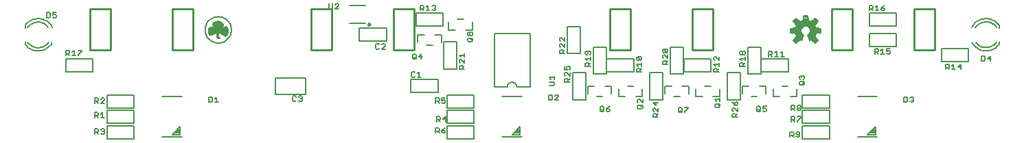
<source format=gto>
G75*
G70*
%OFA0B0*%
%FSLAX24Y24*%
%IPPOS*%
%LPD*%
%AMOC8*
5,1,8,0,0,1.08239X$1,22.5*
%
%ADD10C,0.0070*%
%ADD11C,0.0080*%
%ADD12C,0.0100*%
D10*
X003906Y000575D02*
X003906Y000825D01*
X004031Y000825D01*
X004073Y000784D01*
X004073Y000700D01*
X004031Y000658D01*
X003906Y000658D01*
X003989Y000658D02*
X004073Y000575D01*
X004200Y000617D02*
X004242Y000575D01*
X004325Y000575D01*
X004367Y000617D01*
X004367Y000658D01*
X004325Y000700D01*
X004284Y000700D01*
X004325Y000700D02*
X004367Y000742D01*
X004367Y000784D01*
X004325Y000825D01*
X004242Y000825D01*
X004200Y000784D01*
X004500Y000980D02*
X004500Y000340D01*
X005820Y000340D01*
X005820Y000980D01*
X004500Y000980D01*
X004500Y001090D02*
X004500Y001730D01*
X005820Y001730D01*
X005820Y001090D01*
X004500Y001090D01*
X004367Y001375D02*
X004200Y001375D01*
X004284Y001375D02*
X004284Y001625D01*
X004200Y001542D01*
X004073Y001584D02*
X004073Y001500D01*
X004031Y001458D01*
X003906Y001458D01*
X003906Y001375D02*
X003906Y001625D01*
X004031Y001625D01*
X004073Y001584D01*
X003989Y001458D02*
X004073Y001375D01*
X004500Y001840D02*
X004500Y002480D01*
X005820Y002480D01*
X005820Y001840D01*
X004500Y001840D01*
X004367Y002075D02*
X004200Y002075D01*
X004367Y002242D01*
X004367Y002284D01*
X004325Y002325D01*
X004242Y002325D01*
X004200Y002284D01*
X004073Y002284D02*
X004073Y002200D01*
X004031Y002158D01*
X003906Y002158D01*
X003906Y002075D02*
X003906Y002325D01*
X004031Y002325D01*
X004073Y002284D01*
X003989Y002158D02*
X004073Y002075D01*
X009438Y002126D02*
X009563Y002126D01*
X009605Y002168D01*
X009605Y002335D01*
X009563Y002376D01*
X009438Y002376D01*
X009438Y002126D01*
X009733Y002126D02*
X009900Y002126D01*
X009816Y002126D02*
X009816Y002376D01*
X009733Y002293D01*
X012670Y002510D02*
X014150Y002510D01*
X014150Y003310D01*
X012670Y003310D01*
X012670Y002510D01*
X013506Y002384D02*
X013506Y002217D01*
X013547Y002175D01*
X013631Y002175D01*
X013673Y002217D01*
X013800Y002217D02*
X013842Y002175D01*
X013925Y002175D01*
X013967Y002217D01*
X013967Y002258D01*
X013925Y002300D01*
X013884Y002300D01*
X013925Y002300D02*
X013967Y002342D01*
X013967Y002384D01*
X013925Y002425D01*
X013842Y002425D01*
X013800Y002384D01*
X013673Y002384D02*
X013631Y002425D01*
X013547Y002425D01*
X013506Y002384D01*
X019250Y002590D02*
X019250Y003230D01*
X020570Y003230D01*
X020570Y002590D01*
X019250Y002590D01*
X020456Y002325D02*
X020581Y002325D01*
X020623Y002284D01*
X020623Y002200D01*
X020581Y002158D01*
X020456Y002158D01*
X020456Y002075D02*
X020456Y002325D01*
X020750Y002325D02*
X020750Y002200D01*
X020834Y002242D01*
X020875Y002242D01*
X020917Y002200D01*
X020917Y002117D01*
X020875Y002075D01*
X020792Y002075D01*
X020750Y002117D01*
X020623Y002075D02*
X020539Y002158D01*
X020750Y002325D02*
X020917Y002325D01*
X021000Y002480D02*
X021000Y001840D01*
X022320Y001840D01*
X022320Y002480D01*
X021000Y002480D01*
X023294Y002861D02*
X023924Y002861D01*
X023926Y002891D01*
X023931Y002920D01*
X023941Y002948D01*
X023953Y002975D01*
X023969Y003000D01*
X023988Y003023D01*
X024010Y003043D01*
X024034Y003060D01*
X024060Y003075D01*
X024087Y003085D01*
X024116Y003093D01*
X024145Y003097D01*
X024175Y003097D01*
X024204Y003093D01*
X024233Y003085D01*
X024260Y003075D01*
X024286Y003060D01*
X024310Y003043D01*
X024332Y003023D01*
X024351Y003000D01*
X024367Y002975D01*
X024379Y002948D01*
X024389Y002920D01*
X024394Y002891D01*
X024396Y002861D01*
X025026Y002861D01*
X025026Y005459D01*
X023294Y005459D01*
X023294Y002861D01*
X025938Y002476D02*
X026063Y002476D01*
X026105Y002435D01*
X026105Y002268D01*
X026063Y002226D01*
X025938Y002226D01*
X025938Y002476D01*
X026233Y002435D02*
X026275Y002476D01*
X026358Y002476D01*
X026400Y002435D01*
X026400Y002393D01*
X026233Y002226D01*
X026400Y002226D01*
X027090Y002250D02*
X027730Y002250D01*
X027730Y003570D01*
X027090Y003570D01*
X027090Y002250D01*
X028272Y002404D02*
X028548Y002404D01*
X029339Y002404D02*
X029339Y002778D01*
X028981Y002916D02*
X028981Y002542D01*
X029339Y002404D02*
X029654Y002404D01*
X030166Y002404D02*
X030481Y002404D01*
X030481Y002778D01*
X030048Y002916D02*
X029772Y002916D01*
X028981Y002916D02*
X028666Y002916D01*
X028154Y002916D02*
X027839Y002916D01*
X027839Y002542D01*
X030245Y002225D02*
X030245Y002142D01*
X030286Y002100D01*
X030286Y001973D02*
X030453Y001973D01*
X030495Y001931D01*
X030495Y001847D01*
X030453Y001806D01*
X030286Y001806D01*
X030245Y001847D01*
X030245Y001931D01*
X030286Y001973D01*
X030412Y001889D02*
X030495Y001973D01*
X030495Y002100D02*
X030328Y002267D01*
X030286Y002267D01*
X030245Y002225D01*
X030495Y002267D02*
X030495Y002100D01*
X031005Y002105D02*
X031130Y001980D01*
X031130Y002147D01*
X031255Y002105D02*
X031005Y002105D01*
X030840Y002250D02*
X031480Y002250D01*
X031480Y003570D01*
X030840Y003570D01*
X030840Y002250D01*
X032022Y002404D02*
X032298Y002404D01*
X032731Y002542D02*
X032731Y002916D01*
X032416Y002916D01*
X031904Y002916D02*
X031589Y002916D01*
X031589Y002542D01*
X033089Y002404D02*
X033089Y002778D01*
X033522Y002916D02*
X033798Y002916D01*
X034231Y002778D02*
X034231Y002404D01*
X033916Y002404D01*
X034245Y002343D02*
X034245Y002176D01*
X034245Y002259D02*
X033994Y002259D01*
X034078Y002176D01*
X034036Y002048D02*
X034203Y002048D01*
X034245Y002006D01*
X034245Y001923D01*
X034203Y001881D01*
X034036Y001881D01*
X033994Y001923D01*
X033994Y002006D01*
X034036Y002048D01*
X034161Y001965D02*
X034245Y002048D01*
X034590Y002250D02*
X035230Y002250D01*
X035230Y003570D01*
X034590Y003570D01*
X034590Y002250D01*
X034855Y002147D02*
X034896Y002064D01*
X034980Y001980D01*
X034980Y002105D01*
X035022Y002147D01*
X035063Y002147D01*
X035105Y002105D01*
X035105Y002022D01*
X035063Y001980D01*
X034980Y001980D01*
X034938Y001853D02*
X034896Y001853D01*
X034855Y001811D01*
X034855Y001727D01*
X034896Y001686D01*
X034938Y001853D02*
X035105Y001686D01*
X035105Y001853D01*
X036031Y001884D02*
X036031Y001717D01*
X036073Y001675D01*
X036156Y001675D01*
X036198Y001717D01*
X036198Y001884D01*
X036156Y001926D01*
X036073Y001926D01*
X036031Y001884D01*
X036115Y001759D02*
X036198Y001675D01*
X036326Y001717D02*
X036368Y001675D01*
X036451Y001675D01*
X036493Y001717D01*
X036493Y001800D01*
X036451Y001842D01*
X036409Y001842D01*
X036326Y001800D01*
X036326Y001926D01*
X036493Y001926D01*
X037706Y001975D02*
X037706Y001725D01*
X037706Y001808D02*
X037831Y001808D01*
X037873Y001850D01*
X037873Y001934D01*
X037831Y001975D01*
X037706Y001975D01*
X038000Y001934D02*
X038042Y001975D01*
X038125Y001975D01*
X038167Y001934D01*
X038167Y001892D01*
X038125Y001850D01*
X038042Y001850D01*
X038000Y001892D01*
X038000Y001934D01*
X038042Y001850D02*
X038000Y001808D01*
X038000Y001767D01*
X038042Y001725D01*
X038125Y001725D01*
X038167Y001767D01*
X038167Y001808D01*
X038125Y001850D01*
X038250Y001840D02*
X038250Y002480D01*
X039570Y002480D01*
X039570Y001840D01*
X038250Y001840D01*
X037873Y001725D02*
X037789Y001808D01*
X038250Y001730D02*
X038250Y001090D01*
X039570Y001090D01*
X039570Y001730D01*
X038250Y001730D01*
X038167Y001425D02*
X038167Y001384D01*
X038000Y001217D01*
X038000Y001175D01*
X037873Y001175D02*
X037789Y001258D01*
X037831Y001258D02*
X037706Y001258D01*
X037706Y001175D02*
X037706Y001425D01*
X037831Y001425D01*
X037873Y001384D01*
X037873Y001300D01*
X037831Y001258D01*
X038000Y001425D02*
X038167Y001425D01*
X038250Y000980D02*
X038250Y000340D01*
X039570Y000340D01*
X039570Y000980D01*
X038250Y000980D01*
X038075Y000675D02*
X037992Y000675D01*
X037950Y000634D01*
X037950Y000592D01*
X037992Y000550D01*
X038117Y000550D01*
X038117Y000467D02*
X038117Y000634D01*
X038075Y000675D01*
X037823Y000634D02*
X037823Y000550D01*
X037781Y000508D01*
X037656Y000508D01*
X037656Y000425D02*
X037656Y000675D01*
X037781Y000675D01*
X037823Y000634D01*
X037739Y000508D02*
X037823Y000425D01*
X037950Y000467D02*
X037992Y000425D01*
X038075Y000425D01*
X038117Y000467D01*
X035105Y001391D02*
X034855Y001391D01*
X034855Y001516D01*
X034896Y001558D01*
X034980Y001558D01*
X035022Y001516D01*
X035022Y001391D01*
X035022Y001474D02*
X035105Y001558D01*
X032693Y001834D02*
X032526Y001667D01*
X032526Y001625D01*
X032398Y001625D02*
X032315Y001709D01*
X032398Y001667D02*
X032356Y001625D01*
X032273Y001625D01*
X032231Y001667D01*
X032231Y001834D01*
X032273Y001876D01*
X032356Y001876D01*
X032398Y001834D01*
X032398Y001667D01*
X032526Y001876D02*
X032693Y001876D01*
X032693Y001834D01*
X031255Y001853D02*
X031255Y001686D01*
X031088Y001853D01*
X031046Y001853D01*
X031005Y001811D01*
X031005Y001727D01*
X031046Y001686D01*
X031046Y001558D02*
X031130Y001558D01*
X031172Y001516D01*
X031172Y001391D01*
X031255Y001391D02*
X031005Y001391D01*
X031005Y001516D01*
X031046Y001558D01*
X031172Y001474D02*
X031255Y001558D01*
X028893Y001717D02*
X028893Y001759D01*
X028851Y001800D01*
X028726Y001800D01*
X028726Y001717D01*
X028768Y001675D01*
X028851Y001675D01*
X028893Y001717D01*
X028809Y001884D02*
X028726Y001800D01*
X028809Y001884D02*
X028893Y001926D01*
X028598Y001884D02*
X028556Y001926D01*
X028473Y001926D01*
X028431Y001884D01*
X028431Y001717D01*
X028473Y001675D01*
X028556Y001675D01*
X028598Y001717D01*
X028598Y001884D01*
X028515Y001759D02*
X028598Y001675D01*
X033089Y002404D02*
X033404Y002404D01*
X035339Y002542D02*
X035339Y002916D01*
X035654Y002916D01*
X036166Y002916D02*
X036481Y002916D01*
X036481Y002542D01*
X036839Y002404D02*
X036839Y002778D01*
X037272Y002916D02*
X037548Y002916D01*
X038095Y002997D02*
X038095Y003081D01*
X038136Y003123D01*
X038303Y003123D01*
X038345Y003081D01*
X038345Y002997D01*
X038303Y002956D01*
X038136Y002956D01*
X038095Y002997D01*
X038262Y003039D02*
X038345Y003123D01*
X038303Y003250D02*
X038345Y003292D01*
X038345Y003375D01*
X038303Y003417D01*
X038262Y003417D01*
X038220Y003375D01*
X038220Y003334D01*
X038220Y003375D02*
X038178Y003417D01*
X038136Y003417D01*
X038095Y003375D01*
X038095Y003292D01*
X038136Y003250D01*
X037570Y003590D02*
X036250Y003590D01*
X036250Y004230D01*
X037570Y004230D01*
X037570Y003590D01*
X036230Y003500D02*
X035590Y003500D01*
X035590Y004820D01*
X036230Y004820D01*
X036230Y003500D01*
X034205Y003591D02*
X033955Y003591D01*
X033955Y003716D01*
X033996Y003758D01*
X034080Y003758D01*
X034122Y003716D01*
X034122Y003591D01*
X034122Y003674D02*
X034205Y003758D01*
X034205Y003886D02*
X034205Y004053D01*
X034205Y003969D02*
X033955Y003969D01*
X034038Y003886D01*
X035215Y003865D02*
X035215Y003990D01*
X035256Y004032D01*
X035340Y004032D01*
X035382Y003990D01*
X035382Y003865D01*
X035465Y003865D02*
X035215Y003865D01*
X035382Y003948D02*
X035465Y004032D01*
X035465Y004160D02*
X035465Y004326D01*
X035465Y004243D02*
X035215Y004243D01*
X035298Y004160D01*
X036615Y004355D02*
X036615Y004605D01*
X036740Y004605D01*
X036782Y004564D01*
X036782Y004480D01*
X036740Y004438D01*
X036615Y004438D01*
X036698Y004438D02*
X036782Y004355D01*
X036910Y004355D02*
X037076Y004355D01*
X036993Y004355D02*
X036993Y004605D01*
X036910Y004522D01*
X037204Y004522D02*
X037288Y004605D01*
X037288Y004355D01*
X037371Y004355D02*
X037204Y004355D01*
X035465Y004496D02*
X035465Y004579D01*
X035423Y004621D01*
X035382Y004621D01*
X035340Y004579D01*
X035340Y004496D01*
X035298Y004454D01*
X035256Y004454D01*
X035215Y004496D01*
X035215Y004579D01*
X035256Y004621D01*
X035298Y004621D01*
X035340Y004579D01*
X035340Y004496D02*
X035382Y004454D01*
X035423Y004454D01*
X035465Y004496D01*
X034205Y004347D02*
X034205Y004180D01*
X034038Y004347D01*
X033996Y004347D01*
X033955Y004305D01*
X033955Y004222D01*
X033996Y004180D01*
X033820Y004230D02*
X033820Y003590D01*
X032500Y003590D01*
X032500Y004230D01*
X033820Y004230D01*
X031715Y004260D02*
X031548Y004426D01*
X031506Y004426D01*
X031465Y004385D01*
X031465Y004301D01*
X031506Y004260D01*
X031715Y004260D02*
X031715Y004426D01*
X031673Y004554D02*
X031506Y004721D01*
X031673Y004721D01*
X031715Y004679D01*
X031715Y004596D01*
X031673Y004554D01*
X031506Y004554D01*
X031465Y004596D01*
X031465Y004679D01*
X031506Y004721D01*
X031840Y004820D02*
X032480Y004820D01*
X032480Y003500D01*
X031840Y003500D01*
X031840Y004820D01*
X030455Y004305D02*
X030413Y004347D01*
X030246Y004347D01*
X030413Y004180D01*
X030455Y004222D01*
X030455Y004305D01*
X030246Y004347D02*
X030205Y004305D01*
X030205Y004222D01*
X030246Y004180D01*
X030413Y004180D01*
X030070Y004230D02*
X030070Y003590D01*
X028750Y003590D01*
X028750Y004230D01*
X030070Y004230D01*
X030455Y004053D02*
X030455Y003886D01*
X030455Y003969D02*
X030205Y003969D01*
X030288Y003886D01*
X030246Y003758D02*
X030330Y003758D01*
X030372Y003716D01*
X030372Y003591D01*
X030455Y003591D02*
X030205Y003591D01*
X030205Y003716D01*
X030246Y003758D01*
X030372Y003674D02*
X030455Y003758D01*
X031465Y003965D02*
X031465Y004090D01*
X031506Y004132D01*
X031590Y004132D01*
X031632Y004090D01*
X031632Y003965D01*
X031715Y003965D02*
X031465Y003965D01*
X031632Y004048D02*
X031715Y004132D01*
X028730Y003500D02*
X028090Y003500D01*
X028090Y004820D01*
X028730Y004820D01*
X028730Y003500D01*
X026965Y003576D02*
X026965Y003410D01*
X026798Y003576D01*
X026756Y003576D01*
X026715Y003535D01*
X026715Y003451D01*
X026756Y003410D01*
X026218Y003411D02*
X026218Y003244D01*
X026218Y003327D02*
X025967Y003327D01*
X026051Y003244D01*
X025967Y003116D02*
X026176Y003116D01*
X026218Y003074D01*
X026218Y002991D01*
X026176Y002949D01*
X025967Y002949D01*
X026715Y003115D02*
X026715Y003240D01*
X026756Y003282D01*
X026840Y003282D01*
X026882Y003240D01*
X026882Y003115D01*
X026965Y003115D02*
X026715Y003115D01*
X026882Y003198D02*
X026965Y003282D01*
X026923Y003704D02*
X026965Y003746D01*
X026965Y003829D01*
X026923Y003871D01*
X026840Y003871D01*
X026798Y003829D01*
X026798Y003788D01*
X026840Y003704D01*
X026715Y003704D01*
X026715Y003871D01*
X027715Y003865D02*
X027715Y003990D01*
X027756Y004032D01*
X027840Y004032D01*
X027882Y003990D01*
X027882Y003865D01*
X027965Y003865D02*
X027715Y003865D01*
X027882Y003948D02*
X027965Y004032D01*
X027965Y004160D02*
X027965Y004326D01*
X027965Y004243D02*
X027715Y004243D01*
X027798Y004160D01*
X027798Y004454D02*
X027840Y004496D01*
X027840Y004621D01*
X027923Y004621D02*
X027756Y004621D01*
X027715Y004579D01*
X027715Y004496D01*
X027756Y004454D01*
X027798Y004454D01*
X027923Y004454D02*
X027965Y004496D01*
X027965Y004579D01*
X027923Y004621D01*
X027480Y004500D02*
X026840Y004500D01*
X026840Y005820D01*
X027480Y005820D01*
X027480Y004500D01*
X026715Y004515D02*
X026465Y004515D01*
X026465Y004640D01*
X026506Y004682D01*
X026590Y004682D01*
X026632Y004640D01*
X026632Y004515D01*
X026632Y004598D02*
X026715Y004682D01*
X026715Y004810D02*
X026548Y004976D01*
X026506Y004976D01*
X026465Y004935D01*
X026465Y004851D01*
X026506Y004810D01*
X026715Y004810D02*
X026715Y004976D01*
X026715Y005104D02*
X026548Y005271D01*
X026506Y005271D01*
X026465Y005229D01*
X026465Y005146D01*
X026506Y005104D01*
X026715Y005104D02*
X026715Y005271D01*
X022245Y005248D02*
X022161Y005165D01*
X022203Y005248D02*
X022245Y005206D01*
X022245Y005123D01*
X022203Y005081D01*
X022036Y005081D01*
X021994Y005123D01*
X021994Y005206D01*
X022036Y005248D01*
X022203Y005248D01*
X022203Y005376D02*
X022161Y005376D01*
X022120Y005418D01*
X022120Y005501D01*
X022161Y005543D01*
X022203Y005543D01*
X022245Y005501D01*
X022245Y005418D01*
X022203Y005376D01*
X022120Y005418D02*
X022078Y005376D01*
X022036Y005376D01*
X021994Y005418D01*
X021994Y005501D01*
X022036Y005543D01*
X022078Y005543D01*
X022120Y005501D01*
X022231Y005654D02*
X021916Y005654D01*
X022231Y005654D02*
X022231Y006028D01*
X021798Y006166D02*
X021522Y006166D01*
X021089Y006028D02*
X021089Y005654D01*
X021404Y005654D01*
X020820Y005840D02*
X020820Y006480D01*
X019500Y006480D01*
X019500Y005840D01*
X020820Y005840D01*
X020731Y005416D02*
X020731Y005042D01*
X020840Y005070D02*
X021480Y005070D01*
X021480Y003750D01*
X020840Y003750D01*
X020840Y005070D01*
X020298Y004904D02*
X020022Y004904D01*
X019589Y005042D02*
X019589Y005416D01*
X019904Y005416D01*
X020416Y005416D02*
X020731Y005416D01*
X018070Y005730D02*
X018070Y005090D01*
X016750Y005090D01*
X016750Y005730D01*
X018070Y005730D01*
X017955Y004965D02*
X017872Y004965D01*
X017830Y004924D01*
X017703Y004924D02*
X017661Y004965D01*
X017577Y004965D01*
X017536Y004924D01*
X017536Y004757D01*
X017577Y004715D01*
X017661Y004715D01*
X017703Y004757D01*
X017830Y004715D02*
X017997Y004882D01*
X017997Y004924D01*
X017955Y004965D01*
X017997Y004715D02*
X017830Y004715D01*
X019331Y004434D02*
X019373Y004476D01*
X019456Y004476D01*
X019498Y004434D01*
X019498Y004267D01*
X019456Y004225D01*
X019373Y004225D01*
X019331Y004267D01*
X019331Y004434D01*
X019415Y004309D02*
X019498Y004225D01*
X019626Y004350D02*
X019793Y004350D01*
X019751Y004225D02*
X019751Y004476D01*
X019626Y004350D01*
X021605Y004414D02*
X021688Y004330D01*
X021605Y004414D02*
X021855Y004414D01*
X021855Y004497D02*
X021855Y004330D01*
X021855Y004203D02*
X021855Y004036D01*
X021688Y004203D01*
X021646Y004203D01*
X021605Y004161D01*
X021605Y004077D01*
X021646Y004036D01*
X021646Y003908D02*
X021730Y003908D01*
X021772Y003866D01*
X021772Y003741D01*
X021855Y003741D02*
X021605Y003741D01*
X021605Y003866D01*
X021646Y003908D01*
X021772Y003824D02*
X021855Y003908D01*
X019643Y003605D02*
X019560Y003522D01*
X019643Y003605D02*
X019643Y003355D01*
X019560Y003355D02*
X019726Y003355D01*
X019432Y003397D02*
X019390Y003355D01*
X019307Y003355D01*
X019265Y003397D01*
X019265Y003564D01*
X019307Y003605D01*
X019390Y003605D01*
X019432Y003564D01*
X009965Y005230D02*
X009885Y005245D01*
X009865Y005275D01*
X009842Y005312D01*
X009828Y005353D01*
X009824Y005397D01*
X009830Y005440D01*
X009843Y005471D01*
X009860Y005500D01*
X009800Y005500D01*
X009600Y005400D01*
X009573Y005392D01*
X009544Y005390D01*
X009516Y005394D01*
X009490Y005405D01*
X009480Y005411D01*
X009471Y005420D01*
X009465Y005430D01*
X009451Y005459D01*
X009440Y005490D01*
X009431Y005543D01*
X009431Y005597D01*
X009440Y005650D01*
X009456Y005697D01*
X009480Y005740D01*
X009496Y005759D01*
X009515Y005774D01*
X009538Y005783D01*
X009562Y005788D01*
X009586Y005787D01*
X009610Y005780D01*
X009649Y005767D01*
X009690Y005760D01*
X009690Y005820D01*
X009660Y005880D01*
X009651Y005906D01*
X009649Y005934D01*
X009655Y005961D01*
X009668Y005985D01*
X009687Y006005D01*
X009710Y006020D01*
X009754Y006037D01*
X009800Y006050D01*
X009851Y006057D01*
X009902Y006056D01*
X009952Y006047D01*
X010000Y006030D01*
X010060Y005995D01*
X010088Y005968D01*
X010109Y005935D01*
X010124Y005899D01*
X010130Y005860D01*
X010125Y005822D01*
X010115Y005785D01*
X010100Y005750D01*
X010160Y005750D01*
X010183Y005770D01*
X010210Y005784D01*
X010240Y005791D01*
X010270Y005790D01*
X010297Y005778D01*
X010320Y005760D01*
X010338Y005737D01*
X010350Y005710D01*
X010370Y005665D01*
X010381Y005634D01*
X010387Y005601D01*
X010386Y005568D01*
X010380Y005535D01*
X010350Y005440D01*
X010337Y005414D01*
X010318Y005392D01*
X010296Y005373D01*
X010270Y005360D01*
X010250Y005355D01*
X010230Y005355D01*
X010210Y005360D01*
X010137Y005395D01*
X010070Y005440D01*
X009940Y005540D01*
X009900Y005510D01*
X009890Y005451D01*
X009892Y005391D01*
X009906Y005333D01*
X009930Y005279D01*
X009965Y005230D01*
X009922Y005298D02*
X009851Y005298D01*
X009827Y005366D02*
X009898Y005366D01*
X009891Y005435D02*
X009829Y005435D01*
X009899Y005503D02*
X009438Y005503D01*
X009431Y005572D02*
X010386Y005572D01*
X010379Y005640D02*
X009438Y005640D01*
X009463Y005709D02*
X010351Y005709D01*
X010298Y005777D02*
X010196Y005777D01*
X010112Y005777D02*
X009690Y005777D01*
X009677Y005846D02*
X010128Y005846D01*
X010118Y005914D02*
X009651Y005914D01*
X009666Y005983D02*
X010073Y005983D01*
X009930Y006051D02*
X009807Y006051D01*
X009619Y005777D02*
X009523Y005777D01*
X009261Y005650D02*
X009263Y005700D01*
X009269Y005750D01*
X009279Y005799D01*
X009292Y005847D01*
X009310Y005895D01*
X009331Y005940D01*
X009355Y005984D01*
X009383Y006026D01*
X009414Y006065D01*
X009448Y006102D01*
X009485Y006136D01*
X009524Y006167D01*
X009566Y006195D01*
X009610Y006219D01*
X009655Y006240D01*
X009703Y006258D01*
X009751Y006271D01*
X009800Y006281D01*
X009850Y006287D01*
X009900Y006289D01*
X009950Y006287D01*
X010000Y006281D01*
X010049Y006271D01*
X010097Y006258D01*
X010145Y006240D01*
X010190Y006219D01*
X010234Y006195D01*
X010276Y006167D01*
X010315Y006136D01*
X010352Y006102D01*
X010386Y006065D01*
X010417Y006026D01*
X010445Y005984D01*
X010469Y005940D01*
X010490Y005895D01*
X010508Y005847D01*
X010521Y005799D01*
X010531Y005750D01*
X010537Y005700D01*
X010539Y005650D01*
X010537Y005600D01*
X010531Y005550D01*
X010521Y005501D01*
X010508Y005453D01*
X010490Y005405D01*
X010469Y005360D01*
X010445Y005316D01*
X010417Y005274D01*
X010386Y005235D01*
X010352Y005198D01*
X010315Y005164D01*
X010276Y005133D01*
X010234Y005105D01*
X010190Y005081D01*
X010145Y005060D01*
X010097Y005042D01*
X010049Y005029D01*
X010000Y005019D01*
X009950Y005013D01*
X009900Y005011D01*
X009850Y005013D01*
X009800Y005019D01*
X009751Y005029D01*
X009703Y005042D01*
X009655Y005060D01*
X009610Y005081D01*
X009566Y005105D01*
X009524Y005133D01*
X009485Y005164D01*
X009448Y005198D01*
X009414Y005235D01*
X009383Y005274D01*
X009355Y005316D01*
X009331Y005360D01*
X009310Y005405D01*
X009292Y005453D01*
X009279Y005501D01*
X009269Y005550D01*
X009263Y005600D01*
X009261Y005650D01*
X009463Y005435D02*
X009669Y005435D01*
X009988Y005503D02*
X010370Y005503D01*
X010347Y005435D02*
X010078Y005435D01*
X010197Y005366D02*
X010282Y005366D01*
X003820Y004230D02*
X003820Y003590D01*
X002500Y003590D01*
X002500Y004230D01*
X003820Y004230D01*
X003271Y004614D02*
X003104Y004447D01*
X003104Y004405D01*
X002976Y004405D02*
X002810Y004405D01*
X002893Y004405D02*
X002893Y004655D01*
X002810Y004572D01*
X002682Y004614D02*
X002682Y004530D01*
X002640Y004488D01*
X002515Y004488D01*
X002515Y004405D02*
X002515Y004655D01*
X002640Y004655D01*
X002682Y004614D01*
X003104Y004655D02*
X003271Y004655D01*
X003271Y004614D01*
X002682Y004405D02*
X002598Y004488D01*
X001983Y006244D02*
X001899Y006244D01*
X001857Y006286D01*
X001857Y006369D02*
X001941Y006411D01*
X001983Y006411D01*
X002024Y006369D01*
X002024Y006286D01*
X001983Y006244D01*
X001730Y006286D02*
X001730Y006452D01*
X001688Y006494D01*
X001563Y006494D01*
X001563Y006244D01*
X001688Y006244D01*
X001730Y006286D01*
X001857Y006369D02*
X001857Y006494D01*
X002024Y006494D01*
X015289Y006716D02*
X015330Y006674D01*
X015414Y006674D01*
X015456Y006716D01*
X015456Y006924D01*
X015583Y006882D02*
X015625Y006924D01*
X015709Y006924D01*
X015750Y006882D01*
X015750Y006841D01*
X015583Y006674D01*
X015750Y006674D01*
X015289Y006716D02*
X015289Y006924D01*
X019695Y006845D02*
X019695Y006595D01*
X019695Y006678D02*
X019820Y006678D01*
X019862Y006720D01*
X019862Y006804D01*
X019820Y006845D01*
X019695Y006845D01*
X019990Y006762D02*
X020073Y006845D01*
X020073Y006595D01*
X019990Y006595D02*
X020156Y006595D01*
X020284Y006637D02*
X020326Y006595D01*
X020409Y006595D01*
X020451Y006637D01*
X020451Y006678D01*
X020409Y006720D01*
X020368Y006720D01*
X020409Y006720D02*
X020451Y006762D01*
X020451Y006804D01*
X020409Y006845D01*
X020326Y006845D01*
X020284Y006804D01*
X019862Y006595D02*
X019778Y006678D01*
X037666Y005701D02*
X037666Y005519D01*
X037908Y005494D01*
X037934Y005413D01*
X037973Y005337D01*
X037819Y005148D01*
X037948Y005019D01*
X038137Y005173D01*
X038213Y005134D01*
X038320Y005393D01*
X038280Y005415D01*
X038244Y005444D01*
X038215Y005480D01*
X038193Y005520D01*
X038180Y005564D01*
X038176Y005610D01*
X038181Y005660D01*
X038197Y005708D01*
X038223Y005751D01*
X038258Y005788D01*
X038300Y005817D01*
X038346Y005836D01*
X038396Y005844D01*
X038447Y005841D01*
X038495Y005828D01*
X038540Y005805D01*
X038579Y005772D01*
X038610Y005732D01*
X038631Y005687D01*
X038643Y005638D01*
X038643Y005587D01*
X038633Y005538D01*
X038612Y005491D01*
X038582Y005451D01*
X038544Y005418D01*
X038500Y005393D01*
X038607Y005134D01*
X038683Y005173D01*
X038872Y005019D01*
X039001Y005148D01*
X038847Y005337D01*
X038886Y005413D01*
X038912Y005494D01*
X039154Y005519D01*
X039154Y005701D01*
X038912Y005726D01*
X038886Y005807D01*
X038847Y005883D01*
X039001Y006072D01*
X038872Y006201D01*
X038683Y006047D01*
X038607Y006086D01*
X038526Y006112D01*
X038501Y006354D01*
X038319Y006354D01*
X038294Y006112D01*
X038213Y006086D01*
X038137Y006047D01*
X037948Y006201D01*
X037819Y006072D01*
X037973Y005883D01*
X037934Y005807D01*
X037908Y005726D01*
X037666Y005701D01*
X037666Y005640D02*
X038179Y005640D01*
X038179Y005572D02*
X037666Y005572D01*
X037819Y005503D02*
X038203Y005503D01*
X038256Y005435D02*
X037927Y005435D01*
X037958Y005366D02*
X038309Y005366D01*
X038281Y005298D02*
X037941Y005298D01*
X037885Y005229D02*
X038252Y005229D01*
X038224Y005161D02*
X038160Y005161D01*
X038122Y005161D02*
X037829Y005161D01*
X037875Y005092D02*
X038038Y005092D01*
X037954Y005024D02*
X037944Y005024D01*
X038596Y005161D02*
X038660Y005161D01*
X038698Y005161D02*
X038991Y005161D01*
X038945Y005092D02*
X038782Y005092D01*
X038866Y005024D02*
X038876Y005024D01*
X038935Y005229D02*
X038568Y005229D01*
X038539Y005298D02*
X038879Y005298D01*
X038862Y005366D02*
X038511Y005366D01*
X038563Y005435D02*
X038893Y005435D01*
X039001Y005503D02*
X038617Y005503D01*
X038640Y005572D02*
X039154Y005572D01*
X039154Y005640D02*
X038642Y005640D01*
X038621Y005709D02*
X039084Y005709D01*
X038896Y005777D02*
X038573Y005777D01*
X038867Y005846D02*
X037953Y005846D01*
X037948Y005914D02*
X038872Y005914D01*
X038928Y005983D02*
X037892Y005983D01*
X037836Y006051D02*
X038132Y006051D01*
X038144Y006051D02*
X038676Y006051D01*
X038688Y006051D02*
X038984Y006051D01*
X038953Y006120D02*
X038772Y006120D01*
X038856Y006188D02*
X038885Y006188D01*
X038525Y006120D02*
X038295Y006120D01*
X038302Y006188D02*
X038518Y006188D01*
X038511Y006257D02*
X038309Y006257D01*
X038316Y006325D02*
X038504Y006325D01*
X037964Y006188D02*
X037935Y006188D01*
X037867Y006120D02*
X038048Y006120D01*
X037924Y005777D02*
X038247Y005777D01*
X038197Y005709D02*
X037736Y005709D01*
X041500Y005840D02*
X041500Y006480D01*
X042820Y006480D01*
X042820Y005840D01*
X041500Y005840D01*
X041500Y005480D02*
X041500Y004840D01*
X042820Y004840D01*
X042820Y005480D01*
X041500Y005480D01*
X041761Y004725D02*
X041886Y004725D01*
X041928Y004684D01*
X041928Y004600D01*
X041886Y004558D01*
X041761Y004558D01*
X041761Y004475D02*
X041761Y004725D01*
X042056Y004642D02*
X042139Y004725D01*
X042139Y004475D01*
X042056Y004475D02*
X042223Y004475D01*
X042350Y004517D02*
X042392Y004475D01*
X042475Y004475D01*
X042517Y004517D01*
X042517Y004600D01*
X042475Y004642D01*
X042434Y004642D01*
X042350Y004600D01*
X042350Y004725D01*
X042517Y004725D01*
X041928Y004475D02*
X041844Y004558D01*
X045000Y004730D02*
X045000Y004090D01*
X046320Y004090D01*
X046320Y004730D01*
X045000Y004730D01*
X046938Y004376D02*
X047063Y004376D01*
X047105Y004335D01*
X047105Y004168D01*
X047063Y004126D01*
X046938Y004126D01*
X046938Y004376D01*
X047233Y004251D02*
X047358Y004376D01*
X047358Y004126D01*
X047399Y004251D02*
X047233Y004251D01*
X045925Y003975D02*
X045800Y003850D01*
X045967Y003850D01*
X045925Y003725D02*
X045925Y003975D01*
X045589Y003975D02*
X045506Y003892D01*
X045589Y003975D02*
X045589Y003725D01*
X045506Y003725D02*
X045673Y003725D01*
X045378Y003725D02*
X045294Y003808D01*
X045336Y003808D02*
X045211Y003808D01*
X045211Y003725D02*
X045211Y003975D01*
X045336Y003975D01*
X045378Y003934D01*
X045378Y003850D01*
X045336Y003808D01*
X037981Y002778D02*
X037981Y002404D01*
X037666Y002404D01*
X037154Y002404D02*
X036839Y002404D01*
X036048Y002404D02*
X035772Y002404D01*
X043188Y002376D02*
X043188Y002126D01*
X043313Y002126D01*
X043355Y002168D01*
X043355Y002335D01*
X043313Y002376D01*
X043188Y002376D01*
X043483Y002335D02*
X043525Y002376D01*
X043608Y002376D01*
X043650Y002335D01*
X043650Y002293D01*
X043608Y002251D01*
X043650Y002210D01*
X043650Y002168D01*
X043608Y002126D01*
X043525Y002126D01*
X043483Y002168D01*
X043566Y002251D02*
X043608Y002251D01*
X022320Y001730D02*
X022320Y001090D01*
X021000Y001090D01*
X021000Y001730D01*
X022320Y001730D01*
X020925Y001425D02*
X020800Y001300D01*
X020967Y001300D01*
X020925Y001175D02*
X020925Y001425D01*
X020673Y001384D02*
X020673Y001300D01*
X020631Y001258D01*
X020506Y001258D01*
X020506Y001175D02*
X020506Y001425D01*
X020631Y001425D01*
X020673Y001384D01*
X020589Y001258D02*
X020673Y001175D01*
X021000Y000980D02*
X021000Y000340D01*
X022320Y000340D01*
X022320Y000980D01*
X021000Y000980D01*
X020917Y000875D02*
X020834Y000834D01*
X020750Y000750D01*
X020875Y000750D01*
X020917Y000708D01*
X020917Y000667D01*
X020875Y000625D01*
X020792Y000625D01*
X020750Y000667D01*
X020750Y000750D01*
X020623Y000750D02*
X020581Y000708D01*
X020456Y000708D01*
X020456Y000625D02*
X020456Y000875D01*
X020581Y000875D01*
X020623Y000834D01*
X020623Y000750D01*
X020539Y000708D02*
X020623Y000625D01*
X041495Y006595D02*
X041495Y006845D01*
X041620Y006845D01*
X041662Y006804D01*
X041662Y006720D01*
X041620Y006678D01*
X041495Y006678D01*
X041578Y006678D02*
X041662Y006595D01*
X041790Y006595D02*
X041956Y006595D01*
X041873Y006595D02*
X041873Y006845D01*
X041790Y006762D01*
X042084Y006720D02*
X042168Y006804D01*
X042251Y006845D01*
X042209Y006720D02*
X042084Y006720D01*
X042084Y006637D01*
X042126Y006595D01*
X042209Y006595D01*
X042251Y006637D01*
X042251Y006678D01*
X042209Y006720D01*
D11*
X047790Y005882D02*
X047790Y005745D01*
X047671Y005784D02*
X047640Y005823D01*
X047606Y005859D01*
X047569Y005892D01*
X047530Y005923D01*
X047488Y005950D01*
X047444Y005974D01*
X047398Y005994D01*
X047351Y006010D01*
X047303Y006023D01*
X047254Y006032D01*
X047205Y006037D01*
X047155Y006038D01*
X047105Y006035D01*
X047056Y006028D01*
X047007Y006017D01*
X046960Y006003D01*
X046913Y005984D01*
X046869Y005963D01*
X046826Y005937D01*
X046785Y005908D01*
X046747Y005877D01*
X046711Y005842D01*
X046678Y005804D01*
X046648Y005764D01*
X046668Y005036D02*
X046699Y004999D01*
X046733Y004964D01*
X046770Y004932D01*
X046809Y004903D01*
X046850Y004877D01*
X046893Y004854D01*
X046937Y004834D01*
X046983Y004818D01*
X047030Y004806D01*
X047078Y004798D01*
X047127Y004793D01*
X047175Y004792D01*
X047224Y004795D01*
X047272Y004802D01*
X047319Y004812D01*
X047366Y004826D01*
X047411Y004844D01*
X047455Y004865D01*
X047497Y004889D01*
X047537Y004917D01*
X047575Y004948D01*
X047610Y004981D01*
X047643Y005017D01*
X047672Y005056D01*
X047790Y005075D02*
X047790Y004938D01*
X047756Y004896D01*
X047719Y004856D01*
X047679Y004819D01*
X047637Y004784D01*
X047593Y004753D01*
X047547Y004725D01*
X047499Y004700D01*
X047449Y004678D01*
X047398Y004660D01*
X047346Y004646D01*
X047293Y004635D01*
X047239Y004628D01*
X047185Y004624D01*
X047131Y004625D01*
X047077Y004629D01*
X047023Y004636D01*
X046970Y004648D01*
X046918Y004663D01*
X046867Y004682D01*
X046818Y004704D01*
X046770Y004729D01*
X046724Y004758D01*
X046680Y004790D01*
X046638Y004824D01*
X046599Y004862D01*
X046563Y004902D01*
X046529Y004945D01*
X046499Y004989D01*
X046471Y005036D01*
X046471Y005784D02*
X046499Y005831D01*
X046529Y005875D01*
X046563Y005918D01*
X046599Y005958D01*
X046638Y005996D01*
X046680Y006030D01*
X046724Y006062D01*
X046770Y006091D01*
X046818Y006116D01*
X046867Y006138D01*
X046918Y006157D01*
X046970Y006172D01*
X047023Y006184D01*
X047077Y006191D01*
X047131Y006195D01*
X047185Y006196D01*
X047239Y006192D01*
X047293Y006185D01*
X047346Y006174D01*
X047398Y006160D01*
X047449Y006142D01*
X047499Y006120D01*
X047547Y006095D01*
X047593Y006067D01*
X047637Y006036D01*
X047679Y006001D01*
X047719Y005964D01*
X047756Y005924D01*
X047790Y005882D01*
X041882Y002394D02*
X040938Y002394D01*
X041804Y000938D02*
X041410Y000544D01*
X041804Y000544D01*
X041804Y000938D01*
X041804Y000867D02*
X041733Y000867D01*
X041804Y000788D02*
X041654Y000788D01*
X041576Y000710D02*
X041804Y000710D01*
X041804Y000631D02*
X041497Y000631D01*
X041419Y000553D02*
X041804Y000553D01*
X041882Y000426D02*
X040938Y000426D01*
X024632Y000426D02*
X023688Y000426D01*
X024160Y000544D02*
X024554Y000938D01*
X024554Y000544D01*
X024160Y000544D01*
X024169Y000553D02*
X024554Y000553D01*
X024554Y000631D02*
X024247Y000631D01*
X024326Y000710D02*
X024554Y000710D01*
X024554Y000788D02*
X024404Y000788D01*
X024483Y000867D02*
X024554Y000867D01*
X024632Y002394D02*
X023688Y002394D01*
X008132Y002394D02*
X007188Y002394D01*
X008054Y000938D02*
X007660Y000544D01*
X008054Y000544D01*
X008054Y000938D01*
X008054Y000867D02*
X007983Y000867D01*
X008054Y000788D02*
X007904Y000788D01*
X007826Y000710D02*
X008054Y000710D01*
X008054Y000631D02*
X007747Y000631D01*
X007669Y000553D02*
X008054Y000553D01*
X008132Y000426D02*
X007188Y000426D01*
X000530Y004938D02*
X000530Y005075D01*
X000649Y005036D02*
X000680Y004997D01*
X000714Y004961D01*
X000751Y004928D01*
X000790Y004897D01*
X000832Y004870D01*
X000876Y004846D01*
X000922Y004826D01*
X000969Y004810D01*
X001017Y004797D01*
X001066Y004788D01*
X001115Y004783D01*
X001165Y004782D01*
X001215Y004785D01*
X001264Y004792D01*
X001313Y004803D01*
X001360Y004817D01*
X001407Y004836D01*
X001451Y004857D01*
X001494Y004883D01*
X001535Y004912D01*
X001573Y004943D01*
X001609Y004978D01*
X001642Y005016D01*
X001672Y005056D01*
X001652Y005784D02*
X001621Y005821D01*
X001587Y005856D01*
X001550Y005888D01*
X001511Y005917D01*
X001470Y005943D01*
X001427Y005966D01*
X001383Y005986D01*
X001337Y006002D01*
X001290Y006014D01*
X001242Y006022D01*
X001193Y006027D01*
X001145Y006028D01*
X001096Y006025D01*
X001048Y006018D01*
X001001Y006008D01*
X000954Y005994D01*
X000909Y005976D01*
X000865Y005955D01*
X000823Y005931D01*
X000783Y005903D01*
X000745Y005872D01*
X000710Y005839D01*
X000677Y005803D01*
X000648Y005764D01*
X000530Y005745D02*
X000530Y005882D01*
X000564Y005924D01*
X000601Y005964D01*
X000641Y006001D01*
X000683Y006036D01*
X000727Y006067D01*
X000773Y006095D01*
X000821Y006120D01*
X000871Y006142D01*
X000922Y006160D01*
X000974Y006174D01*
X001027Y006185D01*
X001081Y006192D01*
X001135Y006196D01*
X001189Y006195D01*
X001243Y006191D01*
X001297Y006184D01*
X001350Y006172D01*
X001402Y006157D01*
X001453Y006138D01*
X001502Y006116D01*
X001550Y006091D01*
X001596Y006062D01*
X001640Y006030D01*
X001682Y005996D01*
X001721Y005958D01*
X001757Y005918D01*
X001791Y005875D01*
X001821Y005831D01*
X001849Y005784D01*
X001849Y005036D02*
X001821Y004989D01*
X001791Y004945D01*
X001757Y004902D01*
X001721Y004862D01*
X001682Y004824D01*
X001640Y004790D01*
X001596Y004758D01*
X001550Y004729D01*
X001502Y004704D01*
X001453Y004682D01*
X001402Y004663D01*
X001350Y004648D01*
X001297Y004636D01*
X001243Y004629D01*
X001189Y004625D01*
X001135Y004624D01*
X001081Y004628D01*
X001027Y004635D01*
X000974Y004646D01*
X000922Y004660D01*
X000871Y004678D01*
X000821Y004700D01*
X000773Y004725D01*
X000727Y004753D01*
X000683Y004784D01*
X000641Y004819D01*
X000601Y004856D01*
X000564Y004896D01*
X000530Y004938D01*
X016266Y005977D02*
X017054Y005977D01*
X017054Y006843D02*
X016266Y006843D01*
D12*
X015410Y006660D02*
X015410Y004660D01*
X014410Y004660D01*
X014410Y006660D01*
X015410Y006660D01*
X018410Y006660D02*
X019410Y006660D01*
X019410Y004660D01*
X018410Y004660D01*
X018410Y006660D01*
X017160Y005910D02*
X017162Y005923D01*
X017167Y005936D01*
X017176Y005947D01*
X017187Y005954D01*
X017200Y005959D01*
X017213Y005960D01*
X017227Y005957D01*
X017239Y005951D01*
X017249Y005942D01*
X017256Y005930D01*
X017260Y005917D01*
X017260Y005903D01*
X017256Y005890D01*
X017249Y005878D01*
X017239Y005869D01*
X017227Y005863D01*
X017213Y005860D01*
X017200Y005861D01*
X017187Y005866D01*
X017176Y005873D01*
X017167Y005884D01*
X017162Y005897D01*
X017160Y005910D01*
X008660Y006660D02*
X008660Y004660D01*
X007660Y004660D01*
X007660Y006660D01*
X008660Y006660D01*
X004660Y006660D02*
X004660Y004660D01*
X003660Y004660D01*
X003660Y006660D01*
X004660Y006660D01*
X028910Y006660D02*
X028910Y004660D01*
X029910Y004660D01*
X029910Y006660D01*
X028910Y006660D01*
X032910Y006660D02*
X033910Y006660D01*
X033910Y004660D01*
X032910Y004660D01*
X032910Y006660D01*
X039660Y006660D02*
X040660Y006660D01*
X040660Y004660D01*
X039660Y004660D01*
X039660Y006660D01*
X043660Y006660D02*
X044660Y006660D01*
X044660Y004660D01*
X043660Y004660D01*
X043660Y006660D01*
M02*

</source>
